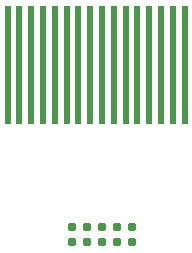
<source format=gbr>
%TF.GenerationSoftware,KiCad,Pcbnew,8.0.5*%
%TF.CreationDate,2024-11-02T21:30:57-04:00*%
%TF.ProjectId,tcg_counter,7463675f-636f-4756-9e74-65722e6b6963,1*%
%TF.SameCoordinates,Original*%
%TF.FileFunction,Copper,L1,Top*%
%TF.FilePolarity,Positive*%
%FSLAX46Y46*%
G04 Gerber Fmt 4.6, Leading zero omitted, Abs format (unit mm)*
G04 Created by KiCad (PCBNEW 8.0.5) date 2024-11-02 21:30:57*
%MOMM*%
%LPD*%
G01*
G04 APERTURE LIST*
%TA.AperFunction,SMDPad,CuDef*%
%ADD10R,0.500000X10.000000*%
%TD*%
%TA.AperFunction,ConnectorPad*%
%ADD11C,0.787400*%
%TD*%
G04 APERTURE END LIST*
D10*
%TO.P,REF\u002A\u002A,1*%
%TO.N,N/C*%
X143000000Y-107250000D03*
%TO.P,REF\u002A\u002A,2*%
X144000000Y-107250000D03*
%TO.P,REF\u002A\u002A,3*%
X145000000Y-107250000D03*
%TO.P,REF\u002A\u002A,4*%
X146000000Y-107250000D03*
%TO.P,REF\u002A\u002A,5*%
X147000000Y-107250000D03*
%TO.P,REF\u002A\u002A,6*%
X148000000Y-107250000D03*
%TO.P,REF\u002A\u002A,7*%
X149000000Y-107250000D03*
%TO.P,REF\u002A\u002A,8*%
X150000000Y-107250000D03*
%TO.P,REF\u002A\u002A,9*%
X151000000Y-107250000D03*
%TO.P,REF\u002A\u002A,10*%
X152000000Y-107250000D03*
%TO.P,REF\u002A\u002A,11*%
X153000000Y-107250000D03*
%TO.P,REF\u002A\u002A,12*%
X154000000Y-107250000D03*
%TO.P,REF\u002A\u002A,13*%
X155000000Y-107250000D03*
%TO.P,REF\u002A\u002A,14*%
X156000000Y-107250000D03*
%TO.P,REF\u002A\u002A,15*%
X157000000Y-107250000D03*
%TO.P,REF\u002A\u002A,16*%
X158000000Y-107250000D03*
%TD*%
D11*
%TO.P,REF\u002A\u002A,1*%
%TO.N,N/C*%
X148460000Y-122270000D03*
%TO.P,REF\u002A\u002A,2*%
X149730000Y-122270000D03*
%TO.P,REF\u002A\u002A,3*%
X151000000Y-122270000D03*
%TO.P,REF\u002A\u002A,4*%
X152270000Y-122270000D03*
%TO.P,REF\u002A\u002A,5*%
X153540000Y-122270000D03*
%TO.P,REF\u002A\u002A,6*%
X153540000Y-121000000D03*
%TO.P,REF\u002A\u002A,7*%
X152270000Y-121000000D03*
%TO.P,REF\u002A\u002A,8*%
X151000000Y-121000000D03*
%TO.P,REF\u002A\u002A,9*%
X149730000Y-121000000D03*
%TO.P,REF\u002A\u002A,10*%
X148460000Y-121000000D03*
%TD*%
M02*

</source>
